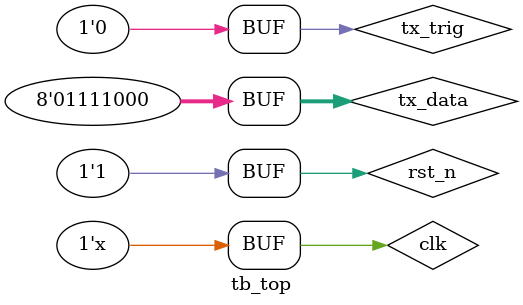
<source format=v>
/************************************************************************
 * Author        : Wen Chunyang
 * Email         : 1494640955@qq.com
 * Create time   : 2018-04-15 15:45
 * Last modified : 2018-04-15 15:45
 * Filename      : tb_top.v
 * Description   : 
 * *********************************************************************/
`timescale		1ns/1ns 

module	tb_top;

//=====================================================================\
// ********** Define Parameter and Internal Signals *************
//=====================================================================/
reg                             clk                             ;       
reg                             rst_n                           ;       
reg                             tx_trig                         ;
reg     [ 7: 0]                 tx_data                         ; 
wire                            rs232_tx                        ; 

//======================================================================
// ***************      Main    Code    ****************
//======================================================================
always  #5      clk    =       ~clk;


initial begin
	clk		<=		1'b1;
	rst_n	<=		1'b0;
    tx_trig <=      1'b0;
    tx_data <=      8'h00;
	#100
	rst_n	<=		1'b1;
    #100
    tx_data <=      8'h12;
    #100
    tx_trig <=      1'b1;
    #10
    tx_trig <=      1'b0;

    #5600
    tx_data <=      8'h34;
    #100
    tx_trig <=      1'b1;
    #10
    tx_trig <=      1'b0;

    #5600
    tx_data <=      8'h56;
    #100
    tx_trig <=      1'b1;
    #10
    tx_trig <=      1'b0;

    #5600
    tx_data <=      8'h78;
    #100
    tx_trig <=      1'b1;
    #10
    tx_trig <=      1'b0;
end


//例化
uart_tx uart_tx_inst(
        .clk                    (clk                    ),
        .rst_n                  (rst_n                  ),
        //uart_rx
        .tx_trig                (tx_trig                ),
        .tx_data                (tx_data                ),
        //uart_tx
        .rs232_tx               (rs232_tx               )
);

defparam    uart_tx_inst.BAUD_END   =       56;

endmodule

</source>
